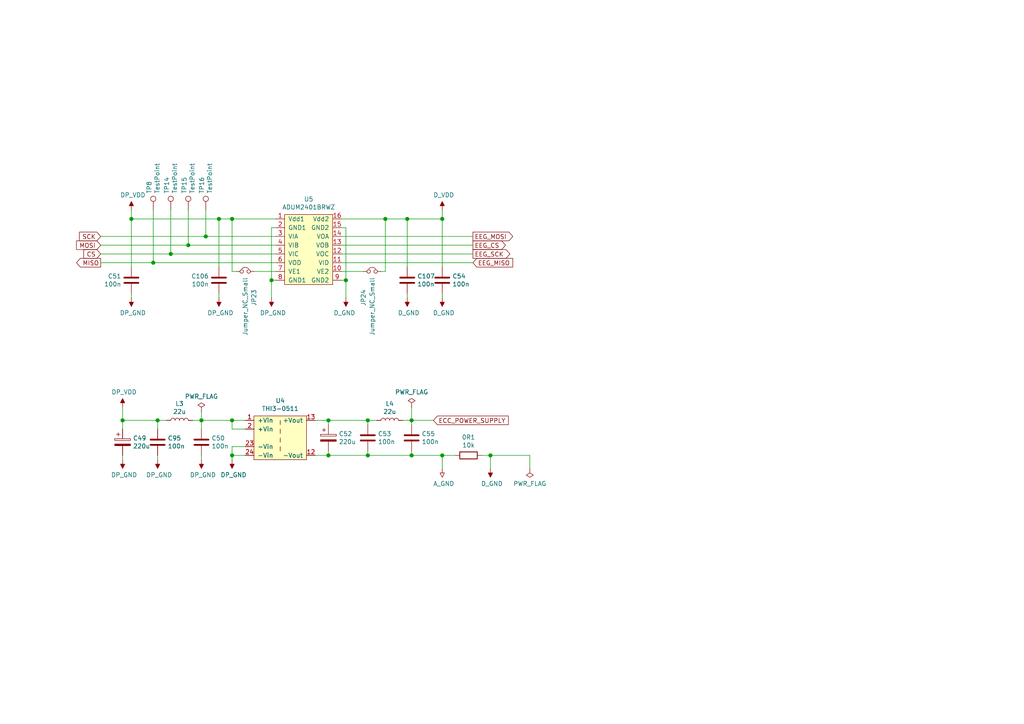
<source format=kicad_sch>
(kicad_sch (version 20210621) (generator eeschema)
  (paper "A4")
  (title_block (title "Galvanic isolation") (rev "1.0") (company "MIT License"))
  (lib_symbols
    (symbol "Connector:TestPoint" (pin_numbers hide) (pin_names (offset 0.762) hide)
      (property "Reference" "TP" (at 0 6.858 0))
      (property "Value" "TestPoint" (at 0 5.08 0))
      (symbol "TestPoint_0_1"
        (circle (center 0 3.302) (radius 0.762))
      )
      (symbol "TestPoint_1_1"
        (pin passive line (at 0 0 90) (length 2.54) (name "1") (number "1"))
      )
    )
    (symbol "Device:C" (pin_numbers hide) (pin_names (offset 0.254))
      (property "Reference" "C" (at 0.635 2.54 0))
      (property "Value" "C" (at 0.635 -2.54 0))
      (symbol "C_0_1"
        (polyline (pts (xy -2.032 -0.762) (xy 2.032 -0.762)) (stroke (width 0.508)))
        (polyline (pts (xy -2.032 0.762) (xy 2.032 0.762)) (stroke (width 0.508)))
      )
      (symbol "C_1_1"
        (pin passive line (at 0 3.81 270) (length 2.794) (name "~") (number "1"))
        (pin passive line (at 0 -3.81 90) (length 2.794) (name "~") (number "2"))
      )
    )
    (symbol "Device:CP" (pin_numbers hide) (pin_names (offset 0.254))
      (property "Reference" "C" (at 0.635 2.54 0))
      (property "Value" "CP" (at 0.635 -2.54 0))
      (symbol "CP_0_1"
        (rectangle (start -2.286 0.508) (end 2.286 1.016))
        (rectangle (start 2.286 -0.508) (end -2.286 -1.016) (fill (type outline)))
        (polyline (pts (xy -1.778 2.286) (xy -0.762 2.286)))
        (polyline (pts (xy -1.27 2.794) (xy -1.27 1.778)))
      )
      (symbol "CP_1_1"
        (pin passive line (at 0 3.81 270) (length 2.794) (name "~") (number "1"))
        (pin passive line (at 0 -3.81 90) (length 2.794) (name "~") (number "2"))
      )
    )
    (symbol "Device:Jumper_NC_Small" (pin_numbers hide) (pin_names (offset 0.762) hide)
      (property "Reference" "JP" (at 0 2.032 0))
      (property "Value" "Jumper_NC_Small" (at 0.254 -1.524 0))
      (symbol "Jumper_NC_Small_0_1"
        (arc (start 1.016 0.762) (end -1.016 0.762) (radius (at 0 -0.254) (length 1.4478) (angles 45 135)))
        (circle (center -1.016 0) (radius 0.508))
        (circle (center 1.016 0) (radius 0.508))
        (pin passive line (at -2.54 0 0) (length 1.016) (name "1") (number "1"))
        (pin passive line (at 2.54 0 180) (length 1.016) (name "2") (number "2"))
      )
    )
    (symbol "Device:L" (pin_numbers hide) (pin_names (offset 1.016) hide)
      (property "Reference" "L" (at -1.27 0 90))
      (property "Value" "L" (at 1.905 0 90))
      (symbol "L_0_1"
        (arc (start 0 -2.54) (end 0 -1.27) (radius (at 0 -1.905) (length 0.635) (angles -89.9 89.9)))
        (arc (start 0 -1.27) (end 0 0) (radius (at 0 -0.635) (length 0.635) (angles -89.9 89.9)))
        (arc (start 0 0) (end 0 1.27) (radius (at 0 0.635) (length 0.635) (angles -89.9 89.9)))
        (arc (start 0 1.27) (end 0 2.54) (radius (at 0 1.905) (length 0.635) (angles -89.9 89.9)))
      )
      (symbol "L_1_1"
        (pin passive line (at 0 3.81 270) (length 1.27) (name "1") (number "1"))
        (pin passive line (at 0 -3.81 90) (length 1.27) (name "2") (number "2"))
      )
    )
    (symbol "Device:R" (pin_numbers hide) (pin_names (offset 0))
      (property "Reference" "R" (at 2.032 0 90))
      (property "Value" "R" (at 0 0 90))
      (symbol "R_0_1"
        (rectangle (start -1.016 -2.54) (end 1.016 2.54) (stroke (width 0.254)))
      )
      (symbol "R_1_1"
        (pin passive line (at 0 3.81 270) (length 1.27) (name "~") (number "1"))
        (pin passive line (at 0 -3.81 90) (length 1.27) (name "~") (number "2"))
      )
    )
    (symbol "Electroencephalograph:ADUM2401BRWZ" (pin_names (offset 1.016))
      (property "Reference" "U" (at 0 1.905 0))
      (property "Value" "ADUM2401BRWZ" (at 0 0 0))
      (symbol "ADUM2401BRWZ_0_1"
        (rectangle (start -7.62 -2.54) (end 6.35 -22.86) (fill (type background)))
      )
      (symbol "ADUM2401BRWZ_1_1"
        (pin input line (at -10.16 -3.81 0) (length 2.54) (name "Vdd1") (number "1"))
        (pin input line (at 8.89 -19.05 180) (length 2.54) (name "VE2") (number "10"))
        (pin input line (at 8.89 -16.51 180) (length 2.54) (name "VID") (number "11"))
        (pin input line (at 8.89 -13.97 180) (length 2.54) (name "VOC") (number "12"))
        (pin input line (at 8.89 -11.43 180) (length 2.54) (name "VOB") (number "13"))
        (pin input line (at 8.89 -8.89 180) (length 2.54) (name "VOA") (number "14"))
        (pin input line (at 8.89 -6.35 180) (length 2.54) (name "GND2") (number "15"))
        (pin input line (at 8.89 -3.81 180) (length 2.54) (name "Vdd2") (number "16"))
        (pin input line (at -10.16 -6.35 0) (length 2.54) (name "GND1") (number "2"))
        (pin input line (at -10.16 -8.89 0) (length 2.54) (name "VIA") (number "3"))
        (pin input line (at -10.16 -11.43 0) (length 2.54) (name "VIB") (number "4"))
        (pin input line (at -10.16 -13.97 0) (length 2.54) (name "VIC") (number "5"))
        (pin input line (at -10.16 -16.51 0) (length 2.54) (name "VOD") (number "6"))
        (pin input line (at -10.16 -19.05 0) (length 2.54) (name "VE1") (number "7"))
        (pin input line (at -10.16 -21.59 0) (length 2.54) (name "GND1") (number "8"))
        (pin input line (at 8.89 -21.59 180) (length 2.54) (name "GND2") (number "9"))
      )
    )
    (symbol "Electroencephalograph:A_GND" (pin_names (offset 0))
      (property "Value" "A_GND" (at 0 -3.81 0))
      (symbol "A_GND_1_1"
        (polyline (pts (xy 0 0) (xy 0 -1.27)))
        (polyline (pts (xy 0 -1.27) (xy -0.635 -1.27) (xy 0 -2.54) (xy 0.635 -1.27) (xy 0 -1.27)))
        (pin power_in line (at 0 0 270) (length 0) hide (name "A_GND") (number "1"))
      )
    )
    (symbol "Electroencephalograph:DP_GND" (pin_names (offset 0))
      (property "Value" "DP_GND" (at 0 -3.81 0))
      (symbol "DP_GND_1_1"
        (polyline (pts (xy 0 0) (xy 0 -1.27)))
        (polyline (pts (xy 0 -1.27) (xy -0.635 -1.27) (xy 0 -2.54) (xy 0.635 -1.27) (xy 0 -1.27)) (fill (type outline)))
        (pin power_in line (at 0 0 270) (length 0) hide (name "DP_GND") (number "1"))
      )
    )
    (symbol "Electroencephalograph:DP_VDD" (pin_names (offset 0))
      (property "Value" "DP_VDD" (at 0 3.175 0))
      (symbol "DP_VDD_1_1"
        (polyline (pts (xy 0 0) (xy 0 1.27)))
        (polyline (pts (xy 0 1.27) (xy 0.635 1.27) (xy 0 2.54) (xy -0.635 1.27) (xy 0 1.27)) (fill (type outline)))
        (pin power_in line (at 0 0 90) (length 0) hide (name "DP_VDD") (number "1"))
      )
    )
    (symbol "Electroencephalograph:D_GND" (pin_names (offset 0))
      (property "Value" "D_GND" (at 0 -3.81 0))
      (symbol "D_GND_1_1"
        (polyline (pts (xy 0 0) (xy 0 -1.27)))
        (polyline (pts (xy 0 -1.27) (xy -0.635 -1.27) (xy 0 -2.54) (xy 0.635 -1.27) (xy 0 -1.27)) (fill (type outline)))
        (pin power_in line (at 0 0 270) (length 0) hide (name "D_GND") (number "1"))
      )
    )
    (symbol "Electroencephalograph:D_VDD" (pin_names (offset 0))
      (property "Value" "D_VDD" (at 0 3.175 0))
      (symbol "D_VDD_1_1"
        (polyline (pts (xy 0 0) (xy 0 1.27)))
        (polyline (pts (xy 0 1.27) (xy 0.635 1.27) (xy 0 2.54) (xy -0.635 1.27) (xy 0 1.27)) (fill (type outline)))
        (pin power_in line (at 0 0 90) (length 0) hide (name "D_VDD") (number "1"))
      )
    )
    (symbol "Electroencephalograph:THI3-0511" (pin_names (offset 1.016))
      (property "Reference" "U" (at 0 1.27 0))
      (property "Value" "THI3-0511" (at 0 0 0))
      (symbol "THI3-0511_0_1"
        (rectangle (start -7.62 -3.81) (end 7.62 -16.51) (fill (type background)))
      )
      (symbol "THI3-0511_1_1"
        (polyline (pts (xy 0 -12.7) (xy 0 -13.97)))
        (polyline (pts (xy 0 -10.16) (xy 0 -11.43)))
        (polyline (pts (xy 0 -7.62) (xy 0 -8.89)))
        (polyline (pts (xy 0 -5.08) (xy 0 -6.35)))
        (pin power_in line (at -10.16 -5.08 0) (length 2.54) (name "+Vin") (number "1"))
        (pin power_out line (at 10.16 -15.24 180) (length 2.54) (name "-Vout") (number "12"))
        (pin power_out line (at 10.16 -5.08 180) (length 2.54) (name "+Vout") (number "13"))
        (pin power_in line (at -10.16 -7.62 0) (length 2.54) (name "+Vin") (number "2"))
        (pin power_in line (at -10.16 -12.7 0) (length 2.54) (name "-Vin") (number "23"))
        (pin power_in line (at -10.16 -15.24 0) (length 2.54) (name "-Vin") (number "24"))
      )
    )
    (symbol "power:PWR_FLAG" (power) (pin_numbers hide) (pin_names (offset 0) hide)
      (property "Value" "PWR_FLAG" (at 0 3.81 0))
      (symbol "PWR_FLAG_0_0"
        (pin power_out line (at 0 0 90) (length 0) (name "pwr") (number "1"))
      )
      (symbol "PWR_FLAG_0_1"
        (polyline (pts (xy 0 0) (xy 0 1.27) (xy -1.016 1.905) (xy 0 2.54) (xy 1.016 1.905) (xy 0 1.27)))
      )
    )
  )
  (junction (at 35.56 121.92) (diameter 1.016))
  (junction (at 38.1 63.5) (diameter 1.016))
  (junction (at 44.45 76.2) (diameter 1.016))
  (junction (at 45.72 121.92) (diameter 1.016))
  (junction (at 49.53 73.66) (diameter 1.016))
  (junction (at 54.61 71.12) (diameter 1.016))
  (junction (at 58.42 121.92) (diameter 1.016))
  (junction (at 59.69 68.58) (diameter 1.016))
  (junction (at 63.5 63.5) (diameter 1.016))
  (junction (at 67.31 63.5) (diameter 1.016))
  (junction (at 67.31 121.92) (diameter 1.016))
  (junction (at 67.31 132.08) (diameter 1.016))
  (junction (at 78.74 81.28) (diameter 1.016))
  (junction (at 95.25 121.92) (diameter 1.016))
  (junction (at 95.25 132.08) (diameter 1.016))
  (junction (at 100.33 81.28) (diameter 1.016))
  (junction (at 106.68 121.92) (diameter 1.016))
  (junction (at 106.68 132.08) (diameter 1.016))
  (junction (at 111.76 63.5) (diameter 1.016))
  (junction (at 118.11 63.5) (diameter 1.016))
  (junction (at 119.38 121.92) (diameter 1.016))
  (junction (at 119.38 132.08) (diameter 1.016))
  (junction (at 128.27 63.5) (diameter 1.016))
  (junction (at 128.27 132.08) (diameter 1.016))
  (junction (at 142.24 132.08) (diameter 1.016))
  (wire (pts (xy 29.21 76.2) (xy 44.45 76.2)))
  (wire (pts (xy 35.56 118.11) (xy 35.56 121.92)))
  (wire (pts (xy 35.56 121.92) (xy 35.56 124.46)))
  (wire (pts (xy 35.56 133.35) (xy 35.56 132.08)))
  (wire (pts (xy 38.1 63.5) (xy 38.1 60.96)))
  (wire (pts (xy 38.1 63.5) (xy 38.1 77.47)))
  (wire (pts (xy 38.1 63.5) (xy 63.5 63.5)))
  (wire (pts (xy 38.1 86.36) (xy 38.1 85.09)))
  (wire (pts (xy 44.45 60.96) (xy 44.45 76.2)))
  (wire (pts (xy 44.45 76.2) (xy 80.01 76.2)))
  (wire (pts (xy 45.72 121.92) (xy 35.56 121.92)))
  (wire (pts (xy 45.72 124.46) (xy 45.72 121.92)))
  (wire (pts (xy 45.72 133.35) (xy 45.72 132.08)))
  (wire (pts (xy 48.26 121.92) (xy 45.72 121.92)))
  (wire (pts (xy 49.53 60.96) (xy 49.53 73.66)))
  (wire (pts (xy 49.53 73.66) (xy 29.21 73.66)))
  (wire (pts (xy 54.61 60.96) (xy 54.61 71.12)))
  (wire (pts (xy 54.61 71.12) (xy 29.21 71.12)))
  (wire (pts (xy 58.42 121.92) (xy 55.88 121.92)))
  (wire (pts (xy 58.42 121.92) (xy 58.42 119.38)))
  (wire (pts (xy 58.42 121.92) (xy 58.42 124.46)))
  (wire (pts (xy 58.42 133.35) (xy 58.42 132.08)))
  (wire (pts (xy 59.69 60.96) (xy 59.69 68.58)))
  (wire (pts (xy 59.69 68.58) (xy 29.21 68.58)))
  (wire (pts (xy 63.5 63.5) (xy 67.31 63.5)))
  (wire (pts (xy 63.5 77.47) (xy 63.5 63.5)))
  (wire (pts (xy 63.5 86.36) (xy 63.5 85.09)))
  (wire (pts (xy 67.31 78.74) (xy 67.31 63.5)))
  (wire (pts (xy 67.31 121.92) (xy 58.42 121.92)))
  (wire (pts (xy 67.31 124.46) (xy 67.31 121.92)))
  (wire (pts (xy 67.31 129.54) (xy 67.31 132.08)))
  (wire (pts (xy 67.31 132.08) (xy 67.31 133.35)))
  (wire (pts (xy 68.58 78.74) (xy 67.31 78.74)))
  (wire (pts (xy 71.12 121.92) (xy 67.31 121.92)))
  (wire (pts (xy 71.12 124.46) (xy 67.31 124.46)))
  (wire (pts (xy 71.12 129.54) (xy 67.31 129.54)))
  (wire (pts (xy 71.12 132.08) (xy 67.31 132.08)))
  (wire (pts (xy 78.74 66.04) (xy 78.74 81.28)))
  (wire (pts (xy 78.74 81.28) (xy 78.74 86.36)))
  (wire (pts (xy 80.01 63.5) (xy 67.31 63.5)))
  (wire (pts (xy 80.01 66.04) (xy 78.74 66.04)))
  (wire (pts (xy 80.01 68.58) (xy 59.69 68.58)))
  (wire (pts (xy 80.01 71.12) (xy 54.61 71.12)))
  (wire (pts (xy 80.01 73.66) (xy 49.53 73.66)))
  (wire (pts (xy 80.01 78.74) (xy 73.66 78.74)))
  (wire (pts (xy 80.01 81.28) (xy 78.74 81.28)))
  (wire (pts (xy 91.44 121.92) (xy 95.25 121.92)))
  (wire (pts (xy 91.44 132.08) (xy 95.25 132.08)))
  (wire (pts (xy 95.25 121.92) (xy 106.68 121.92)))
  (wire (pts (xy 95.25 123.19) (xy 95.25 121.92)))
  (wire (pts (xy 95.25 130.81) (xy 95.25 132.08)))
  (wire (pts (xy 95.25 132.08) (xy 106.68 132.08)))
  (wire (pts (xy 99.06 63.5) (xy 111.76 63.5)))
  (wire (pts (xy 99.06 66.04) (xy 100.33 66.04)))
  (wire (pts (xy 99.06 68.58) (xy 137.16 68.58)))
  (wire (pts (xy 99.06 71.12) (xy 137.16 71.12)))
  (wire (pts (xy 99.06 73.66) (xy 137.16 73.66)))
  (wire (pts (xy 99.06 76.2) (xy 137.16 76.2)))
  (wire (pts (xy 99.06 78.74) (xy 105.41 78.74)))
  (wire (pts (xy 99.06 81.28) (xy 100.33 81.28)))
  (wire (pts (xy 100.33 66.04) (xy 100.33 81.28)))
  (wire (pts (xy 100.33 81.28) (xy 100.33 86.36)))
  (wire (pts (xy 106.68 121.92) (xy 109.22 121.92)))
  (wire (pts (xy 106.68 123.19) (xy 106.68 121.92)))
  (wire (pts (xy 106.68 130.81) (xy 106.68 132.08)))
  (wire (pts (xy 106.68 132.08) (xy 119.38 132.08)))
  (wire (pts (xy 110.49 78.74) (xy 111.76 78.74)))
  (wire (pts (xy 111.76 63.5) (xy 118.11 63.5)))
  (wire (pts (xy 111.76 78.74) (xy 111.76 63.5)))
  (wire (pts (xy 116.84 121.92) (xy 119.38 121.92)))
  (wire (pts (xy 118.11 63.5) (xy 128.27 63.5)))
  (wire (pts (xy 118.11 77.47) (xy 118.11 63.5)))
  (wire (pts (xy 118.11 86.36) (xy 118.11 85.09)))
  (wire (pts (xy 119.38 121.92) (xy 119.38 118.11)))
  (wire (pts (xy 119.38 121.92) (xy 119.38 123.19)))
  (wire (pts (xy 119.38 121.92) (xy 125.73 121.92)))
  (wire (pts (xy 119.38 132.08) (xy 119.38 130.81)))
  (wire (pts (xy 119.38 132.08) (xy 128.27 132.08)))
  (wire (pts (xy 128.27 63.5) (xy 128.27 60.96)))
  (wire (pts (xy 128.27 63.5) (xy 128.27 77.47)))
  (wire (pts (xy 128.27 86.36) (xy 128.27 85.09)))
  (wire (pts (xy 128.27 132.08) (xy 132.08 132.08)))
  (wire (pts (xy 128.27 135.89) (xy 128.27 132.08)))
  (wire (pts (xy 139.7 132.08) (xy 142.24 132.08)))
  (wire (pts (xy 142.24 132.08) (xy 142.24 135.89)))
  (wire (pts (xy 142.24 132.08) (xy 153.67 132.08)))
  (wire (pts (xy 153.67 132.08) (xy 153.67 135.89)))
  (global_label "SCK" (shape input) (at 29.21 68.58 180) (property "Intersheet References" "${INTERSHEET_REFS}" (effects hide)))
  (global_label "MOSI" (shape input) (at 29.21 71.12 180) (property "Intersheet References" "${INTERSHEET_REFS}" (effects hide)))
  (global_label "CS" (shape input) (at 29.21 73.66 180) (property "Intersheet References" "${INTERSHEET_REFS}" (effects hide)))
  (global_label "MISO" (shape output) (at 29.21 76.2 180) (property "Intersheet References" "${INTERSHEET_REFS}" (effects hide)))
  (global_label "ECC_POWER_SUPPLY" (shape input) (at 125.73 121.92 0) (property "Intersheet References" "${INTERSHEET_REFS}" (effects hide)))
  (global_label "EEG_MOSI" (shape output) (at 137.16 68.58 0) (property "Intersheet References" "${INTERSHEET_REFS}" (effects hide)))
  (global_label "EEG_CS" (shape output) (at 137.16 71.12 0) (property "Intersheet References" "${INTERSHEET_REFS}" (effects hide)))
  (global_label "EEG_SCK" (shape output) (at 137.16 73.66 0) (property "Intersheet References" "${INTERSHEET_REFS}" (effects hide)))
  (global_label "EEG_MISO" (shape input) (at 137.16 76.2 0) (property "Intersheet References" "${INTERSHEET_REFS}" (effects hide)))
  (symbol (lib_id "Electroencephalograph:DP_VDD") (at 35.56 118.11 0) (unit 1)
    (property "Reference" "#PWR98" (effects hide))
    (property "Value" "DP_VDD" (at 35.9918 113.7158 0))
  )
  (symbol (lib_id "Electroencephalograph:DP_GND") (at 35.56 133.35 0) (unit 1)
    (property "Reference" "#PWR99" (effects hide))
    (property "Value" "DP_GND" (at 35.9918 137.7442 0))
  )
  (symbol (lib_id "Electroencephalograph:DP_VDD") (at 38.1 60.96 0) (unit 1)
    (property "Reference" "#PWR101" (effects hide))
    (property "Value" "DP_VDD" (at 38.5318 56.5658 0))
  )
  (symbol (lib_id "Electroencephalograph:DP_GND") (at 38.1 86.36 0) (unit 1)
    (property "Reference" "#PWR102" (effects hide))
    (property "Value" "DP_GND" (at 38.5318 90.7542 0))
  )
  (symbol (lib_id "Electroencephalograph:DP_GND") (at 45.72 133.35 0) (unit 1)
    (property "Reference" "#PWR177" (effects hide))
    (property "Value" "DP_GND" (at 46.1518 137.7442 0))
  )
  (symbol (lib_id "Electroencephalograph:DP_GND") (at 58.42 133.35 0) (unit 1)
    (property "Reference" "#PWR100" (effects hide))
    (property "Value" "DP_GND" (at 58.8518 137.7442 0))
  )
  (symbol (lib_id "Electroencephalograph:DP_GND") (at 63.5 86.36 0) (unit 1)
    (property "Reference" "#PWR193" (effects hide))
    (property "Value" "DP_GND" (at 63.9318 90.7542 0))
  )
  (symbol (lib_id "Electroencephalograph:DP_GND") (at 67.31 133.35 0) (unit 1)
    (property "Reference" "#PWR103" (effects hide))
    (property "Value" "DP_GND" (at 67.7418 137.7442 0))
  )
  (symbol (lib_id "Electroencephalograph:DP_GND") (at 78.74 86.36 0) (unit 1)
    (property "Reference" "#PWR104" (effects hide))
    (property "Value" "DP_GND" (at 79.1718 90.7542 0))
  )
  (symbol (lib_id "Electroencephalograph:D_GND") (at 100.33 86.36 0) (mirror y)
    (property "Reference" "#PWR105" (effects hide))
    (property "Value" "D_GND" (at 99.8982 90.7542 0))
  )
  (symbol (lib_id "Electroencephalograph:D_GND") (at 118.11 86.36 0)
    (property "Reference" "#PWR194" (effects hide))
    (property "Value" "D_GND" (at 118.5418 90.7542 0))
  )
  (symbol (lib_id "Electroencephalograph:D_VDD") (at 128.27 60.96 0)
    (property "Reference" "#PWR106" (effects hide))
    (property "Value" "D_VDD" (at 128.7018 56.5658 0))
  )
  (symbol (lib_id "Electroencephalograph:D_GND") (at 128.27 86.36 0)
    (property "Reference" "#PWR107" (effects hide))
    (property "Value" "D_GND" (at 128.7018 90.7542 0))
  )
  (symbol (lib_id "Electroencephalograph:A_GND") (at 128.27 135.89 0) (unit 1)
    (property "Reference" "#PWR108" (effects hide))
    (property "Value" "A_GND" (at 128.7018 140.2842 0))
  )
  (symbol (lib_id "Electroencephalograph:D_GND") (at 142.24 135.89 0) (unit 1)
    (property "Reference" "#PWR109" (effects hide))
    (property "Value" "D_GND" (at 142.6718 140.2842 0))
  )
  (symbol (lib_id "power:PWR_FLAG") (at 58.42 119.38 0) (unit 1)
    (property "Reference" "#FLG0101" (effects hide))
    (property "Value" "PWR_FLAG" (at 58.42 114.9858 0))
  )
  (symbol (lib_id "power:PWR_FLAG") (at 119.38 118.11 0) (unit 1)
    (property "Reference" "#FLG0104" (effects hide))
    (property "Value" "PWR_FLAG" (at 119.38 113.7158 0))
  )
  (symbol (lib_id "power:PWR_FLAG") (at 153.67 135.89 180) (unit 1)
    (property "Reference" "#FLG0105" (effects hide))
    (property "Value" "PWR_FLAG" (at 153.67 140.2842 0))
  )
  (symbol (lib_id "Connector:TestPoint") (at 44.45 60.96 0)
    (property "Reference" "TP8" (at 43.2816 56.1848 90) (effects (justify left)))
    (property "Value" "TestPoint" (at 45.593 56.1848 90) (effects (justify left)))
    (property "Footprint" "TestPoint:TestPoint_Pad_D1.0mm" (effects hide))
  )
  (symbol (lib_id "Connector:TestPoint") (at 49.53 60.96 0)
    (property "Reference" "TP14" (at 48.3616 56.1848 90) (effects (justify left)))
    (property "Value" "TestPoint" (at 50.673 56.1848 90) (effects (justify left)))
    (property "Footprint" "TestPoint:TestPoint_Pad_D1.0mm" (effects hide))
  )
  (symbol (lib_id "Connector:TestPoint") (at 54.61 60.96 0)
    (property "Reference" "TP15" (at 53.4416 56.1848 90) (effects (justify left)))
    (property "Value" "TestPoint" (at 55.753 56.1848 90) (effects (justify left)))
    (property "Footprint" "TestPoint:TestPoint_Pad_D1.0mm" (effects hide))
  )
  (symbol (lib_id "Connector:TestPoint") (at 59.69 60.96 0)
    (property "Reference" "TP16" (at 58.5216 56.1848 90) (effects (justify left)))
    (property "Value" "TestPoint" (at 60.833 56.1848 90) (effects (justify left)))
    (property "Footprint" "TestPoint:TestPoint_Pad_D1.0mm" (effects hide))
  )
  (symbol (lib_id "Device:L") (at 52.07 121.92 90) (unit 1)
    (property "Reference" "L3" (at 52.07 117.094 90))
    (property "Value" "22u" (at 52.07 119.4054 90))
    (property "Footprint" "Electroencephalograph:L_7.3x7.3_H3.5" (effects hide))
  )
  (symbol (lib_id "Device:L") (at 113.03 121.92 90) (unit 1)
    (property "Reference" "L4" (at 113.03 117.094 90))
    (property "Value" "22u" (at 113.03 119.4054 90))
    (property "Footprint" "Electroencephalograph:L_7.3x7.3_H3.5" (effects hide))
  )
  (symbol (lib_id "Device:Jumper_NC_Small") (at 71.12 78.74 0) (mirror y) (unit 1)
    (property "Reference" "JP23" (at 73.66 86.36 90))
    (property "Value" "Jumper_NC_Small" (at 71.12 88.9 90))
    (property "Footprint" "Jumper:SolderJumper-2_P1.3mm_Bridged_Pad1.0x1.5mm" (effects hide))
  )
  (symbol (lib_id "Device:Jumper_NC_Small") (at 107.95 78.74 0) (unit 1)
    (property "Reference" "JP24" (at 105.41 86.36 90))
    (property "Value" "Jumper_NC_Small" (at 107.95 88.9 90))
    (property "Footprint" "Jumper:SolderJumper-2_P1.3mm_Bridged_Pad1.0x1.5mm" (effects hide))
  )
  (symbol (lib_id "Device:R") (at 135.89 132.08 270) (mirror x)
    (property "Reference" "0R1" (at 135.89 126.8222 90))
    (property "Value" "10k" (at 135.89 129.1336 90))
    (property "Footprint" "Resistor_SMD:R_0402_1005Metric" (effects hide))
  )
  (symbol (lib_id "Device:CP") (at 35.56 128.27 0) (unit 1)
    (property "Reference" "C49" (at 38.5572 127.1016 0) (effects (justify left)))
    (property "Value" "220u" (at 38.5572 129.413 0) (effects (justify left)))
    (property "Footprint" "Capacitor_SMD:CP_Elec_6.3x5.8" (effects hide))
  )
  (symbol (lib_id "Device:C") (at 38.1 81.28 0) (mirror y)
    (property "Reference" "C51" (at 35.179 80.1116 0) (effects (justify left)))
    (property "Value" "100n" (at 35.179 82.423 0) (effects (justify left)))
    (property "Footprint" "Capacitor_SMD:C_0402_1005Metric" (effects hide))
  )
  (symbol (lib_id "Device:C") (at 45.72 128.27 0)
    (property "Reference" "C95" (at 48.641 127.1016 0) (effects (justify left)))
    (property "Value" "100n" (at 48.641 129.413 0) (effects (justify left)))
    (property "Footprint" "Capacitor_SMD:C_0402_1005Metric" (effects hide))
  )
  (symbol (lib_id "Device:C") (at 58.42 128.27 0)
    (property "Reference" "C50" (at 61.341 127.1016 0) (effects (justify left)))
    (property "Value" "100n" (at 61.341 129.413 0) (effects (justify left)))
    (property "Footprint" "Capacitor_SMD:C_0402_1005Metric" (effects hide))
  )
  (symbol (lib_id "Device:C") (at 63.5 81.28 0) (mirror y)
    (property "Reference" "C106" (at 60.579 80.1116 0) (effects (justify left)))
    (property "Value" "100n" (at 60.579 82.423 0) (effects (justify left)))
    (property "Footprint" "Capacitor_SMD:C_0402_1005Metric" (effects hide))
  )
  (symbol (lib_id "Device:CP") (at 95.25 127 0) (unit 1)
    (property "Reference" "C52" (at 98.2472 125.8316 0) (effects (justify left)))
    (property "Value" "220u" (at 98.2472 128.143 0) (effects (justify left)))
    (property "Footprint" "Capacitor_SMD:CP_Elec_6.3x5.8" (effects hide))
  )
  (symbol (lib_id "Device:C") (at 106.68 127 0)
    (property "Reference" "C53" (at 109.601 125.8316 0) (effects (justify left)))
    (property "Value" "100n" (at 109.601 128.143 0) (effects (justify left)))
    (property "Footprint" "Capacitor_SMD:C_0402_1005Metric" (effects hide))
  )
  (symbol (lib_id "Device:C") (at 118.11 81.28 0)
    (property "Reference" "C107" (at 121.031 80.1116 0) (effects (justify left)))
    (property "Value" "100n" (at 121.031 82.423 0) (effects (justify left)))
    (property "Footprint" "Capacitor_SMD:C_0402_1005Metric" (effects hide))
  )
  (symbol (lib_id "Device:C") (at 119.38 127 0)
    (property "Reference" "C55" (at 122.301 125.8316 0) (effects (justify left)))
    (property "Value" "100n" (at 122.301 128.143 0) (effects (justify left)))
    (property "Footprint" "Capacitor_SMD:C_0402_1005Metric" (effects hide))
  )
  (symbol (lib_id "Device:C") (at 128.27 81.28 0)
    (property "Reference" "C54" (at 131.191 80.1116 0) (effects (justify left)))
    (property "Value" "100n" (at 131.191 82.423 0) (effects (justify left)))
    (property "Footprint" "Capacitor_SMD:C_0402_1005Metric" (effects hide))
  )
  (symbol (lib_id "Electroencephalograph:THI3-0511") (at 81.28 116.84 0) (unit 1)
    (property "Reference" "U4" (at 81.28 116.205 0))
    (property "Value" "THI3-0511" (at 81.28 118.5164 0))
    (property "Footprint" "Electroencephalograph:THI3-0511" (effects hide))
    (property "Datasheet" "https://www.tme.eu/Document/dbc573554d903d2de79b1454bccf4b94/thi3-datasheet.pdf" (effects hide))
  )
  (symbol (lib_id "Electroencephalograph:ADUM2401BRWZ") (at 90.17 59.69 0) (unit 1)
    (property "Reference" "U5" (at 89.535 57.785 0))
    (property "Value" "ADUM2401BRWZ" (at 89.535 60.0964 0))
    (property "Footprint" "Package_SO:SOIC-16W_7.5x10.3mm_P1.27mm" (effects hide))
  )
)
</source>
